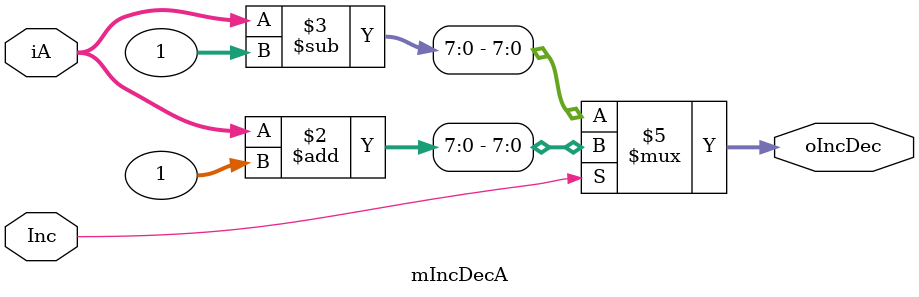
<source format=v>
module mIncDecA(input[7:0] iA,
					input Inc, 			//if 1 = Inc; 0 = Dec
					output reg [7:0] oIncDec);
					
always@(Inc)
	if (Inc)
		oIncDec <= iA + 1;
	else
		oIncDec <= iA - 1;

endmodule
		
</source>
